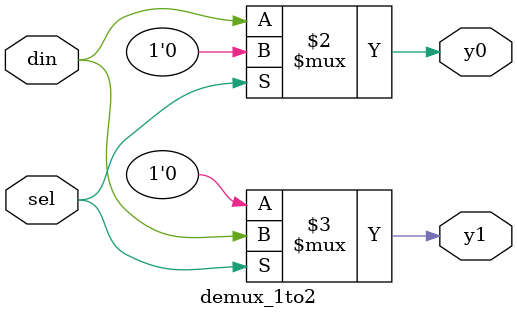
<source format=v>
module demux_1to2 (
    input wire din,
    input wire sel,
    output wire y0,
    output wire y1
);
    assign y0 = (~sel) ? din : 1'b0;
    assign y1 = ( sel) ? din : 1'b0;
endmodule

</source>
